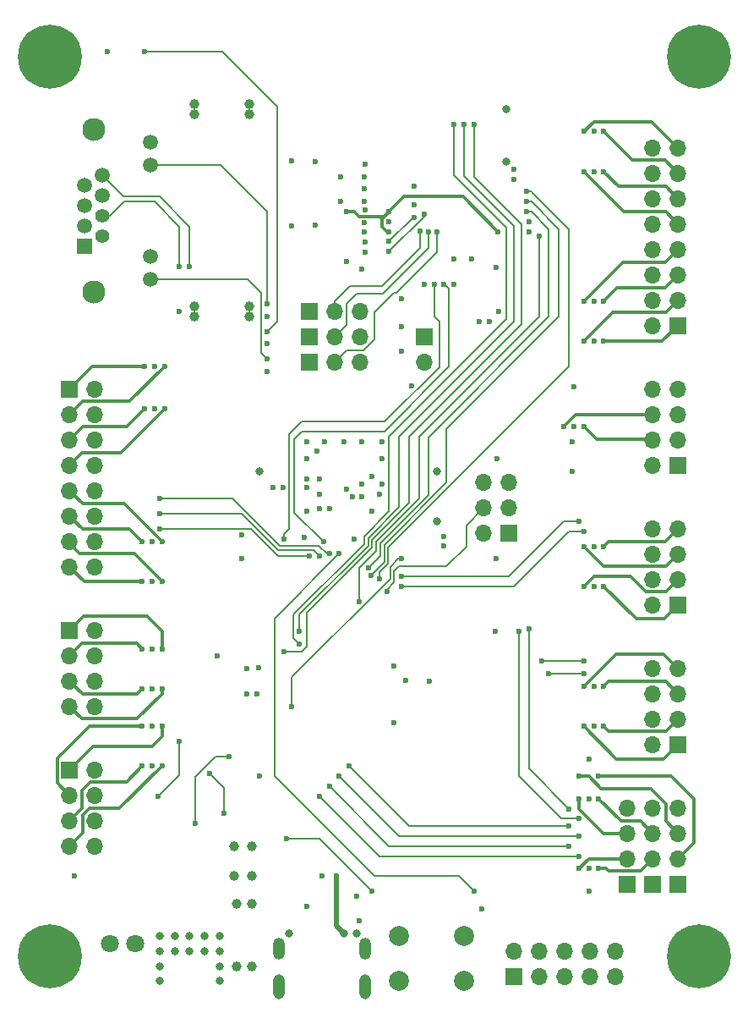
<source format=gbr>
%TF.GenerationSoftware,KiCad,Pcbnew,5.1.6*%
%TF.CreationDate,2021-01-07T05:04:38+01:00*%
%TF.ProjectId,DP83848C-EvalBoard,44503833-3834-4384-932d-4576616c426f,rev?*%
%TF.SameCoordinates,Original*%
%TF.FileFunction,Copper,L4,Bot*%
%TF.FilePolarity,Positive*%
%FSLAX46Y46*%
G04 Gerber Fmt 4.6, Leading zero omitted, Abs format (unit mm)*
G04 Created by KiCad (PCBNEW 5.1.6) date 2021-01-07 05:04:38*
%MOMM*%
%LPD*%
G01*
G04 APERTURE LIST*
%TA.AperFunction,ComponentPad*%
%ADD10C,1.500000*%
%TD*%
%TA.AperFunction,ComponentPad*%
%ADD11C,2.300000*%
%TD*%
%TA.AperFunction,ComponentPad*%
%ADD12C,1.400000*%
%TD*%
%TA.AperFunction,ComponentPad*%
%ADD13R,1.500000X1.500000*%
%TD*%
%TA.AperFunction,ComponentPad*%
%ADD14O,1.700000X1.700000*%
%TD*%
%TA.AperFunction,ComponentPad*%
%ADD15R,1.700000X1.700000*%
%TD*%
%TA.AperFunction,ComponentPad*%
%ADD16C,1.800000*%
%TD*%
%TA.AperFunction,ComponentPad*%
%ADD17O,1.200000X2.500000*%
%TD*%
%TA.AperFunction,ComponentPad*%
%ADD18O,1.200000X2.200000*%
%TD*%
%TA.AperFunction,ComponentPad*%
%ADD19C,0.800000*%
%TD*%
%TA.AperFunction,ComponentPad*%
%ADD20C,6.400000*%
%TD*%
%TA.AperFunction,ComponentPad*%
%ADD21C,2.000000*%
%TD*%
%TA.AperFunction,ViaPad*%
%ADD22C,1.000000*%
%TD*%
%TA.AperFunction,ViaPad*%
%ADD23C,0.600000*%
%TD*%
%TA.AperFunction,ViaPad*%
%ADD24C,0.800000*%
%TD*%
%TA.AperFunction,Conductor*%
%ADD25C,0.200000*%
%TD*%
%TA.AperFunction,Conductor*%
%ADD26C,0.300000*%
%TD*%
%TA.AperFunction,Conductor*%
%ADD27C,0.500000*%
%TD*%
G04 APERTURE END LIST*
D10*
%TO.P,J2,12*%
%TO.N,+3V3*%
X55100000Y-70580000D03*
%TO.P,J2,11*%
%TO.N,Net-(J2-Pad11)*%
X55100000Y-72870000D03*
%TO.P,J2,10*%
%TO.N,+3V3*%
X55100000Y-82010000D03*
%TO.P,J2,9*%
%TO.N,Net-(J2-Pad9)*%
X55100000Y-84300000D03*
D11*
%TO.P,J2,SH*%
%TO.N,Earth*%
X49390000Y-85570000D03*
X49390000Y-69310000D03*
D10*
%TO.P,J2,8*%
%TO.N,Net-(J2-Pad7)*%
X50280000Y-73888000D03*
%TO.P,J2,6*%
%TO.N,/PHY/RX-*%
X50280000Y-75920000D03*
D12*
%TO.P,J2,4*%
%TO.N,Net-(J2-Pad4)*%
X50280000Y-77952000D03*
%TO.P,J2,2*%
%TO.N,/PHY/TX-*%
X50280000Y-79984000D03*
D10*
%TO.P,J2,7*%
%TO.N,Net-(J2-Pad7)*%
X48500000Y-74904000D03*
%TO.P,J2,5*%
%TO.N,Net-(J2-Pad4)*%
X48500000Y-76936000D03*
%TO.P,J2,3*%
%TO.N,/PHY/RX+*%
X48500000Y-78968000D03*
D13*
%TO.P,J2,1*%
%TO.N,/PHY/TX+*%
X48500000Y-81000000D03*
%TD*%
D14*
%TO.P,J14,8*%
%TO.N,Net-(J14-Pad8)*%
X105410000Y-95250000D03*
%TO.P,J14,7*%
%TO.N,GND*%
X107950000Y-95250000D03*
%TO.P,J14,6*%
%TO.N,/IO/I2C1_SDA_R*%
X105410000Y-97790000D03*
%TO.P,J14,5*%
X107950000Y-97790000D03*
%TO.P,J14,4*%
%TO.N,/IO/I2C1_SCL_R*%
X105410000Y-100330000D03*
%TO.P,J14,3*%
X107950000Y-100330000D03*
%TO.P,J14,2*%
%TO.N,Net-(J14-Pad2)*%
X105410000Y-102870000D03*
D15*
%TO.P,J14,1*%
%TO.N,+3V3*%
X107950000Y-102870000D03*
%TD*%
D14*
%TO.P,J13,8*%
%TO.N,GND*%
X105410000Y-123190000D03*
%TO.P,J13,7*%
%TO.N,/IO/SPI3_NSS_R*%
X107950000Y-123190000D03*
%TO.P,J13,6*%
%TO.N,GND*%
X105410000Y-125730000D03*
%TO.P,J13,5*%
%TO.N,/IO/SPI3_SCK_R*%
X107950000Y-125730000D03*
%TO.P,J13,4*%
%TO.N,+3V3*%
X105410000Y-128270000D03*
%TO.P,J13,3*%
%TO.N,/IO/SPI3_MOSI_R*%
X107950000Y-128270000D03*
%TO.P,J13,2*%
%TO.N,+3V3*%
X105410000Y-130810000D03*
D15*
%TO.P,J13,1*%
%TO.N,/IO/SPI3_MISO_R*%
X107950000Y-130810000D03*
%TD*%
D14*
%TO.P,J12,8*%
%TO.N,GND*%
X49530000Y-140970000D03*
%TO.P,J12,7*%
%TO.N,/IO/SPI2_NSS_R*%
X46990000Y-140970000D03*
%TO.P,J12,6*%
%TO.N,GND*%
X49530000Y-138430000D03*
%TO.P,J12,5*%
%TO.N,/IO/SPI2_SCK_R*%
X46990000Y-138430000D03*
%TO.P,J12,4*%
%TO.N,+3V3*%
X49530000Y-135890000D03*
%TO.P,J12,3*%
%TO.N,/IO/SPI2_MOSI_R*%
X46990000Y-135890000D03*
%TO.P,J12,2*%
%TO.N,+3V3*%
X49530000Y-133350000D03*
D15*
%TO.P,J12,1*%
%TO.N,/IO/SPI2_MISO_R*%
X46990000Y-133350000D03*
%TD*%
D14*
%TO.P,J11,8*%
%TO.N,GND*%
X105410000Y-109220000D03*
%TO.P,J11,7*%
%TO.N,/IO/SPI1_NSS_R*%
X107950000Y-109220000D03*
%TO.P,J11,6*%
%TO.N,GND*%
X105410000Y-111760000D03*
%TO.P,J11,5*%
%TO.N,/IO/SPI1_SCK_R*%
X107950000Y-111760000D03*
%TO.P,J11,4*%
%TO.N,+3V3*%
X105410000Y-114300000D03*
%TO.P,J11,3*%
%TO.N,/IO/SPI1_MOSI_R*%
X107950000Y-114300000D03*
%TO.P,J11,2*%
%TO.N,+3V3*%
X105410000Y-116840000D03*
D15*
%TO.P,J11,1*%
%TO.N,/IO/SPI1_MISO_R*%
X107950000Y-116840000D03*
%TD*%
D14*
%TO.P,J10,8*%
%TO.N,GND*%
X49530000Y-127000000D03*
%TO.P,J10,7*%
%TO.N,/IO/TMR4_R*%
X46990000Y-127000000D03*
%TO.P,J10,6*%
%TO.N,GND*%
X49530000Y-124460000D03*
%TO.P,J10,5*%
%TO.N,/IO/TMR3_R*%
X46990000Y-124460000D03*
%TO.P,J10,4*%
%TO.N,+3V3*%
X49530000Y-121920000D03*
%TO.P,J10,3*%
%TO.N,/IO/TMR2_R*%
X46990000Y-121920000D03*
%TO.P,J10,2*%
%TO.N,+3V3*%
X49530000Y-119380000D03*
D15*
%TO.P,J10,1*%
%TO.N,/IO/TMR1_R*%
X46990000Y-119380000D03*
%TD*%
D14*
%TO.P,J9,16*%
%TO.N,GND*%
X49530000Y-113030000D03*
%TO.P,J9,15*%
%TO.N,/IO/ADC7_R*%
X46990000Y-113030000D03*
%TO.P,J9,14*%
%TO.N,GND*%
X49530000Y-110490000D03*
%TO.P,J9,13*%
%TO.N,/IO/ADC6_R*%
X46990000Y-110490000D03*
%TO.P,J9,12*%
%TO.N,GND*%
X49530000Y-107950000D03*
%TO.P,J9,11*%
%TO.N,/IO/ADC5_R*%
X46990000Y-107950000D03*
%TO.P,J9,10*%
%TO.N,GND*%
X49530000Y-105410000D03*
%TO.P,J9,9*%
%TO.N,/IO/ADC4_R*%
X46990000Y-105410000D03*
%TO.P,J9,8*%
%TO.N,GND*%
X49530000Y-102870000D03*
%TO.P,J9,7*%
%TO.N,/IO/ADC3_R*%
X46990000Y-102870000D03*
%TO.P,J9,6*%
%TO.N,GND*%
X49530000Y-100330000D03*
%TO.P,J9,5*%
%TO.N,/IO/ADC2_R*%
X46990000Y-100330000D03*
%TO.P,J9,4*%
%TO.N,GND*%
X49530000Y-97790000D03*
%TO.P,J9,3*%
%TO.N,/IO/ADC1_R*%
X46990000Y-97790000D03*
%TO.P,J9,2*%
%TO.N,GND*%
X49530000Y-95250000D03*
D15*
%TO.P,J9,1*%
%TO.N,/IO/ADC0_R*%
X46990000Y-95250000D03*
%TD*%
D14*
%TO.P,J8,16*%
%TO.N,GND*%
X105410000Y-71120000D03*
%TO.P,J8,15*%
%TO.N,/IO/GPIO7_R*%
X107950000Y-71120000D03*
%TO.P,J8,14*%
%TO.N,GND*%
X105410000Y-73660000D03*
%TO.P,J8,13*%
%TO.N,/IO/GPIO6_R*%
X107950000Y-73660000D03*
%TO.P,J8,12*%
%TO.N,GND*%
X105410000Y-76200000D03*
%TO.P,J8,11*%
%TO.N,/IO/GPIO5_R*%
X107950000Y-76200000D03*
%TO.P,J8,10*%
%TO.N,GND*%
X105410000Y-78740000D03*
%TO.P,J8,9*%
%TO.N,/IO/GPIO4_R*%
X107950000Y-78740000D03*
%TO.P,J8,8*%
%TO.N,GND*%
X105410000Y-81280000D03*
%TO.P,J8,7*%
%TO.N,/IO/GPIO3_R*%
X107950000Y-81280000D03*
%TO.P,J8,6*%
%TO.N,GND*%
X105410000Y-83820000D03*
%TO.P,J8,5*%
%TO.N,/IO/GPIO2_R*%
X107950000Y-83820000D03*
%TO.P,J8,4*%
%TO.N,GND*%
X105410000Y-86360000D03*
%TO.P,J8,3*%
%TO.N,/IO/GPIO1_R*%
X107950000Y-86360000D03*
%TO.P,J8,2*%
%TO.N,GND*%
X105410000Y-88900000D03*
D15*
%TO.P,J8,1*%
%TO.N,/IO/GPIO0_R*%
X107950000Y-88900000D03*
%TD*%
D14*
%TO.P,J7,4*%
%TO.N,GND*%
X107950000Y-137160000D03*
%TO.P,J7,3*%
%TO.N,/IO/USART3_RX_R*%
X107950000Y-139700000D03*
%TO.P,J7,2*%
%TO.N,/IO/USART3_TX_R*%
X107950000Y-142240000D03*
D15*
%TO.P,J7,1*%
%TO.N,+3V3*%
X107950000Y-144780000D03*
%TD*%
D14*
%TO.P,J6,4*%
%TO.N,GND*%
X105410000Y-137160000D03*
%TO.P,J6,3*%
%TO.N,/IO/USART2_RX_R*%
X105410000Y-139700000D03*
%TO.P,J6,2*%
%TO.N,/IO/USART2_TX_R*%
X105410000Y-142240000D03*
D15*
%TO.P,J6,1*%
%TO.N,+3V3*%
X105410000Y-144780000D03*
%TD*%
D14*
%TO.P,J5,4*%
%TO.N,GND*%
X102870000Y-137160000D03*
%TO.P,J5,3*%
%TO.N,/IO/USART1_RX_R*%
X102870000Y-139700000D03*
%TO.P,J5,2*%
%TO.N,/IO/USART1_TX_R*%
X102870000Y-142240000D03*
D15*
%TO.P,J5,1*%
%TO.N,+3V3*%
X102870000Y-144780000D03*
%TD*%
D16*
%TO.P,J1,2*%
%TO.N,GND*%
X53520000Y-150750000D03*
%TO.P,J1,1*%
%TO.N,/PSU/VEXT*%
X50980000Y-150750000D03*
%TD*%
D17*
%TO.P,J3,S1*%
%TO.N,Net-(J3-PadS1)*%
X67930000Y-155100000D03*
X76570000Y-155100000D03*
D18*
X76570000Y-151275000D03*
X67930000Y-151275000D03*
%TD*%
D15*
%TO.P,J4,1*%
%TO.N,+3V3*%
X91465000Y-154085000D03*
D14*
%TO.P,J4,2*%
%TO.N,Net-(J4-Pad2)*%
X91465000Y-151545000D03*
%TO.P,J4,3*%
%TO.N,GND*%
X94005000Y-154085000D03*
%TO.P,J4,4*%
%TO.N,Net-(J4-Pad4)*%
X94005000Y-151545000D03*
%TO.P,J4,5*%
%TO.N,GND*%
X96545000Y-154085000D03*
%TO.P,J4,6*%
%TO.N,Net-(J4-Pad6)*%
X96545000Y-151545000D03*
%TO.P,J4,7*%
%TO.N,N/C*%
X99085000Y-154085000D03*
%TO.P,J4,8*%
X99085000Y-151545000D03*
%TO.P,J4,9*%
%TO.N,GND*%
X101625000Y-154085000D03*
%TO.P,J4,10*%
%TO.N,Net-(J4-Pad10)*%
X101625000Y-151545000D03*
%TD*%
D19*
%TO.P,H4,1*%
%TO.N,Earth*%
X111697056Y-60302944D03*
X110000000Y-59600000D03*
X108302944Y-60302944D03*
X107600000Y-62000000D03*
X108302944Y-63697056D03*
X110000000Y-64400000D03*
X111697056Y-63697056D03*
X112400000Y-62000000D03*
D20*
X110000000Y-62000000D03*
%TD*%
D19*
%TO.P,H3,1*%
%TO.N,Earth*%
X111697056Y-150302944D03*
X110000000Y-149600000D03*
X108302944Y-150302944D03*
X107600000Y-152000000D03*
X108302944Y-153697056D03*
X110000000Y-154400000D03*
X111697056Y-153697056D03*
X112400000Y-152000000D03*
D20*
X110000000Y-152000000D03*
%TD*%
D19*
%TO.P,H2,1*%
%TO.N,Earth*%
X46697056Y-60302944D03*
X45000000Y-59600000D03*
X43302944Y-60302944D03*
X42600000Y-62000000D03*
X43302944Y-63697056D03*
X45000000Y-64400000D03*
X46697056Y-63697056D03*
X47400000Y-62000000D03*
D20*
X45000000Y-62000000D03*
%TD*%
D19*
%TO.P,H1,1*%
%TO.N,Earth*%
X46697056Y-150302944D03*
X45000000Y-149600000D03*
X43302944Y-150302944D03*
X42600000Y-152000000D03*
X43302944Y-153697056D03*
X45000000Y-154400000D03*
X46697056Y-153697056D03*
X47400000Y-152000000D03*
D20*
X45000000Y-152000000D03*
%TD*%
D21*
%TO.P,SW1,1*%
%TO.N,/MCU/NRST*%
X86500000Y-150000000D03*
%TO.P,SW1,2*%
%TO.N,GND*%
X86500000Y-154500000D03*
%TO.P,SW1,1*%
%TO.N,/MCU/NRST*%
X80000000Y-150000000D03*
%TO.P,SW1,2*%
%TO.N,GND*%
X80000000Y-154500000D03*
%TD*%
D14*
%TO.P,JP7,6*%
%TO.N,Net-(JP7-Pad6)*%
X88460000Y-104640000D03*
%TO.P,JP7,5*%
%TO.N,Net-(JP7-Pad5)*%
X91000000Y-104640000D03*
%TO.P,JP7,4*%
%TO.N,/MCU/BOOT1*%
X88460000Y-107180000D03*
%TO.P,JP7,3*%
%TO.N,/MCU/BOOT0*%
X91000000Y-107180000D03*
%TO.P,JP7,2*%
%TO.N,Net-(JP7-Pad2)*%
X88460000Y-109720000D03*
D15*
%TO.P,JP7,1*%
%TO.N,Net-(JP7-Pad1)*%
X91000000Y-109720000D03*
%TD*%
D14*
%TO.P,JP6,3*%
%TO.N,Net-(JP6-Pad3)*%
X76080000Y-87500000D03*
%TO.P,JP6,2*%
%TO.N,/PHY/AN_EN*%
X73540000Y-87500000D03*
D15*
%TO.P,JP6,1*%
%TO.N,Net-(JP6-Pad1)*%
X71000000Y-87500000D03*
%TD*%
D14*
%TO.P,JP5,3*%
%TO.N,Net-(JP5-Pad3)*%
X76080000Y-90040000D03*
%TO.P,JP5,2*%
%TO.N,/PHY/AN1*%
X73540000Y-90040000D03*
D15*
%TO.P,JP5,1*%
%TO.N,Net-(JP5-Pad1)*%
X71000000Y-90040000D03*
%TD*%
D14*
%TO.P,JP4,3*%
%TO.N,Net-(JP4-Pad3)*%
X76080000Y-92580000D03*
%TO.P,JP4,2*%
%TO.N,/PHY/AN0*%
X73540000Y-92580000D03*
D15*
%TO.P,JP4,1*%
%TO.N,Net-(JP4-Pad1)*%
X71000000Y-92580000D03*
%TD*%
D14*
%TO.P,JP1,2*%
%TO.N,Net-(JP1-Pad2)*%
X82500000Y-92540000D03*
D15*
%TO.P,JP1,1*%
%TO.N,/PHY/~RESET*%
X82500000Y-90000000D03*
%TD*%
D22*
%TO.N,GND*%
X65000000Y-67750000D03*
X65000000Y-66750000D03*
D23*
X76250000Y-106000000D03*
X79499992Y-128678789D03*
X91500000Y-74250000D03*
X75506811Y-110244011D03*
X84500000Y-110960000D03*
X64270484Y-109850010D03*
X70481969Y-110076015D03*
X87250021Y-82250016D03*
D24*
X69000000Y-149750000D03*
D23*
X72249990Y-144000000D03*
X89000000Y-88500000D03*
X89770000Y-102230000D03*
X81500000Y-76866358D03*
X76593934Y-77349990D03*
X71600000Y-78900000D03*
X71600000Y-72500000D03*
D24*
X90750000Y-67250012D03*
D23*
X81500000Y-75000000D03*
X76250000Y-83250000D03*
X74750000Y-82500000D03*
X85500000Y-84750000D03*
D22*
X65000000Y-88000000D03*
X65000000Y-87000000D03*
D23*
X64750000Y-125750000D03*
X65750000Y-125750000D03*
X79500000Y-123000000D03*
X82999994Y-124500000D03*
X55250000Y-129000000D03*
X55250000Y-121250000D03*
X47500000Y-144000000D03*
D24*
X75750000Y-149750000D03*
D23*
X70750000Y-147000000D03*
X76000000Y-148500000D03*
X75750000Y-146000000D03*
D22*
X63500000Y-141000000D03*
X65250000Y-141000000D03*
X63500000Y-144000000D03*
X65250000Y-144000000D03*
D23*
X99000000Y-143250000D03*
X55250000Y-110500000D03*
X55500000Y-93000000D03*
D24*
X83750000Y-103500000D03*
D23*
X97500000Y-99000000D03*
X99500000Y-90500000D03*
X99500000Y-73500000D03*
X99500000Y-115000000D03*
X99500000Y-129000000D03*
X99000000Y-132250000D03*
X88250000Y-147250000D03*
X68400000Y-105100000D03*
X67400000Y-105100000D03*
X70750000Y-105100000D03*
X66000000Y-134000000D03*
X80250016Y-86250000D03*
X80250000Y-88999994D03*
X80250000Y-91500000D03*
X81231978Y-94981978D03*
X74109992Y-76500000D03*
X74100004Y-74000000D03*
X89690000Y-83121276D03*
X76250000Y-100500000D03*
X78249972Y-100500000D03*
X70749992Y-100499992D03*
X78000000Y-105750000D03*
X72500000Y-100500000D03*
X74500000Y-100500000D03*
X70750000Y-102250000D03*
X70749992Y-104250000D03*
X72000000Y-104250000D03*
X72000000Y-105750000D03*
X72000000Y-107250000D03*
X73000000Y-107250000D03*
X76250000Y-104750000D03*
X78249972Y-104750000D03*
X78250000Y-102250000D03*
X77250000Y-104000006D03*
X71750000Y-101500000D03*
X93000000Y-79500018D03*
X76500012Y-78650010D03*
X76500000Y-79500012D03*
D22*
X63750000Y-146750000D03*
X65250000Y-146750000D03*
D23*
X74750000Y-105250000D03*
X61749996Y-122000000D03*
%TO.N,+5V*%
X62449976Y-137700024D03*
X60999988Y-133750000D03*
D24*
%TO.N,+3V3*%
X56000000Y-150000000D03*
X57500000Y-150000000D03*
X60500000Y-150000000D03*
X62000000Y-150000000D03*
D23*
X79000000Y-78500000D03*
X76600000Y-80550000D03*
X76600000Y-81550000D03*
X76500000Y-76500000D03*
X84500000Y-110000000D03*
X80625000Y-124375000D03*
X77250000Y-107500000D03*
X64240000Y-112250000D03*
X91480008Y-73269992D03*
X65950765Y-123183115D03*
X70749978Y-107500000D03*
X85500000Y-82250000D03*
X88000000Y-88500000D03*
X89750000Y-112250000D03*
D24*
X83750000Y-108500000D03*
D23*
X69250000Y-78950000D03*
X69250000Y-72450000D03*
X76500000Y-74000012D03*
X76600000Y-72779980D03*
D24*
X90750000Y-72500000D03*
D23*
X82500000Y-84750000D03*
X64750000Y-123250000D03*
X89600000Y-119500000D03*
X55250000Y-133000000D03*
X55250000Y-125250000D03*
X99000000Y-145500000D03*
X55250000Y-114500000D03*
X55500000Y-97250000D03*
D24*
X66000000Y-103500000D03*
D23*
X97500000Y-95000000D03*
X99500000Y-86500000D03*
X99500000Y-69500000D03*
X99500000Y-111000000D03*
X99500000Y-125000000D03*
X99000000Y-136250000D03*
X97300000Y-100500000D03*
X97300000Y-103500000D03*
X50750000Y-61500000D03*
X66750000Y-88000000D03*
X66750000Y-90750000D03*
X66750000Y-93500000D03*
X75320000Y-106000000D03*
X90000000Y-87500000D03*
X93000000Y-78550006D03*
X76500000Y-75250000D03*
D24*
X62000000Y-154500000D03*
X62000000Y-153000000D03*
X62000000Y-151500000D03*
X56000000Y-154500000D03*
X56000000Y-153000000D03*
X56000000Y-151500000D03*
X57500000Y-151500000D03*
X59000000Y-151500000D03*
X60500000Y-151500000D03*
X59000000Y-150000000D03*
D22*
X63750000Y-153000000D03*
X65250000Y-153000000D03*
D23*
%TO.N,/PHY/PFB*%
X79000000Y-77500000D03*
X74750000Y-77500000D03*
X89875008Y-79500000D03*
X79000000Y-79500000D03*
%TO.N,/MCU/NRST*%
X74000000Y-111750000D03*
X87510000Y-145490000D03*
%TO.N,Net-(D3-Pad1)*%
X54500000Y-61500000D03*
X66750000Y-89500000D03*
%TO.N,VUSB*%
X68749986Y-140250000D03*
X77250000Y-145500000D03*
%TO.N,/PHY/AN0*%
X83750000Y-79500000D03*
%TO.N,/PHY/AN1*%
X82934306Y-79500000D03*
%TO.N,/PHY/AN_EN*%
X82111975Y-79473787D03*
%TO.N,/MCU/BOOT1*%
X78750000Y-115500000D03*
%TO.N,Net-(Q1-Pad1)*%
X59549992Y-138700008D03*
X62999962Y-132000000D03*
%TO.N,/ETH_TX_D0*%
X86500000Y-68750000D03*
X70000000Y-119500000D03*
%TO.N,/ETH_TX_D1*%
X85500000Y-68750000D03*
X70000000Y-120750000D03*
%TO.N,/ETH_TX_EN*%
X87500000Y-68750000D03*
X68499996Y-121500000D03*
%TO.N,/ETH_RXD0*%
X77149990Y-113899990D03*
X92750000Y-76491042D03*
%TO.N,/ETH_RXD1*%
X78000000Y-114250000D03*
X92750000Y-75500000D03*
%TO.N,/ETH_CRS_DV*%
X76947431Y-113126046D03*
X92750000Y-77499970D03*
%TO.N,/ETH_MDIO*%
X68500000Y-110250000D03*
X83500000Y-84750000D03*
%TO.N,Net-(R22-Pad2)*%
X81504905Y-78066369D03*
X79000000Y-80500000D03*
%TO.N,/ETH_MDC*%
X72399990Y-110521458D03*
X84500000Y-84750000D03*
%TO.N,Net-(J2-Pad11)*%
X66750000Y-86750000D03*
%TO.N,Net-(J2-Pad9)*%
X66750000Y-92250000D03*
%TO.N,Net-(J2-Pad7)*%
X59000000Y-83000000D03*
%TO.N,Net-(J2-Pad4)*%
X58000000Y-83000000D03*
%TO.N,Net-(J3-PadA4)*%
X73750000Y-144000000D03*
D24*
X74500000Y-149750000D03*
D23*
%TO.N,/IO/USART1_RX_R*%
X98000000Y-136250000D03*
%TO.N,/IO/USART1_TX_R*%
X98000000Y-143250000D03*
%TO.N,/IO/USART2_RX_R*%
X100000000Y-136250000D03*
%TO.N,/IO/USART2_TX_R*%
X100000000Y-143250000D03*
%TO.N,/IO/USART3_RX_R*%
X98000000Y-134000000D03*
%TO.N,/IO/USART3_TX_R*%
X100000000Y-134000000D03*
%TO.N,/IO/GPIO7_R*%
X98500000Y-69500000D03*
%TO.N,/IO/GPIO6_R*%
X100500000Y-69500000D03*
%TO.N,/IO/GPIO5_R*%
X100500000Y-73500000D03*
%TO.N,/IO/GPIO4_R*%
X98500000Y-73500000D03*
%TO.N,/IO/GPIO3_R*%
X98500000Y-86500000D03*
%TO.N,/IO/GPIO2_R*%
X100500000Y-86500000D03*
%TO.N,/IO/GPIO1_R*%
X98500000Y-90500000D03*
%TO.N,/IO/GPIO0_R*%
X100500000Y-90500000D03*
%TO.N,/IO/ADC7_R*%
X54250000Y-114500000D03*
%TO.N,/IO/ADC6_R*%
X56250000Y-114500000D03*
%TO.N,/IO/ADC5_R*%
X54250000Y-110500000D03*
%TO.N,/IO/ADC4_R*%
X56250000Y-110500000D03*
%TO.N,/IO/ADC3_R*%
X56500000Y-97250000D03*
%TO.N,/IO/ADC2_R*%
X54500000Y-97250010D03*
%TO.N,/IO/ADC1_R*%
X56500000Y-93000000D03*
%TO.N,/IO/ADC0_R*%
X54500000Y-93000000D03*
%TO.N,/IO/TMR4_R*%
X56250000Y-125250000D03*
%TO.N,/IO/TMR3_R*%
X54250000Y-125250000D03*
%TO.N,/IO/TMR2_R*%
X54250000Y-121250000D03*
%TO.N,/IO/TMR1_R*%
X56250000Y-121250000D03*
%TO.N,/IO/SPI1_NSS*%
X80250000Y-114000000D03*
X98000010Y-108500000D03*
%TO.N,/IO/SPI1_SCK_R*%
X98500000Y-111000000D03*
%TO.N,/IO/SPI1_MOSI_R*%
X98500000Y-115000000D03*
%TO.N,/IO/SPI1_MISO_R*%
X100500000Y-115000000D03*
%TO.N,/IO/SPI2_NSS_R*%
X56231978Y-132981978D03*
%TO.N,/IO/SPI2_SCK_R*%
X54250000Y-133000000D03*
%TO.N,/IO/SPI2_MOSI_R*%
X54250000Y-129000000D03*
%TO.N,/IO/SPI2_MISO_R*%
X56250000Y-129000000D03*
%TO.N,/IO/SPI3_NSS_R*%
X98500000Y-125000000D03*
%TO.N,/IO/SPI3_SCK_R*%
X100500000Y-125000000D03*
%TO.N,/IO/SPI3_MOSI_R*%
X100500000Y-129000000D03*
%TO.N,/IO/SPI3_MISO_R*%
X98500000Y-129000000D03*
%TO.N,/IO/I2C1_SDA_R*%
X96500000Y-99000000D03*
%TO.N,/IO/I2C1_SCL_R*%
X98500000Y-99000000D03*
%TO.N,Net-(R21-Pad2)*%
X79000000Y-81500000D03*
X82500000Y-77750000D03*
%TO.N,/IO/GPIO7*%
X76000000Y-116500000D03*
X94000000Y-79999998D03*
%TO.N,/IO/ADC5*%
X56000000Y-106250000D03*
X73000000Y-111750000D03*
%TO.N,/IO/ADC6*%
X56000000Y-107750000D03*
X72000000Y-111949957D03*
%TO.N,/IO/ADC7*%
X56000000Y-109250000D03*
X71000000Y-111949957D03*
%TO.N,/IO/SPI1_SCK*%
X98500000Y-109500000D03*
X80249996Y-115000000D03*
%TO.N,/IO/SPI2_SCK*%
X55869228Y-136000002D03*
X58000000Y-130500000D03*
%TO.N,/IO/SPI2_NSS*%
X69249996Y-127000000D03*
X80193595Y-112250008D03*
%TO.N,/IO/SPI3_SCK*%
X98500000Y-123750008D03*
X95000000Y-123749992D03*
%TO.N,/IO/SPI3_NSS*%
X98500000Y-122500000D03*
X94250000Y-122500000D03*
%TO.N,/IO/USART1_TX*%
X74000000Y-134000000D03*
X98000016Y-140000000D03*
%TO.N,/IO/USART1_RX*%
X75000006Y-133000000D03*
X97000000Y-139000000D03*
%TO.N,/IO/USART2_TX*%
X98000000Y-138250000D03*
X92000000Y-119500000D03*
%TO.N,/IO/USART2_RX*%
X97000000Y-137250000D03*
X93000000Y-119250000D03*
%TO.N,/IO/USART3_TX*%
X71999996Y-136000000D03*
X98000036Y-142000000D03*
%TO.N,/IO/USART3_RX*%
X73000010Y-135000000D03*
X97000000Y-141000000D03*
%TO.N,/IO/SPI1_NSS_R*%
X100500000Y-111000000D03*
D22*
%TO.N,Earth*%
X59500000Y-66750000D03*
X59500000Y-67750000D03*
X59500000Y-87000000D03*
X59500000Y-88000000D03*
D23*
X58000000Y-87500000D03*
%TD*%
D25*
%TO.N,+5V*%
X62449976Y-137700024D02*
X62449976Y-135199988D01*
X62449976Y-135199988D02*
X60999988Y-133750000D01*
D26*
%TO.N,/PHY/PFB*%
X75500000Y-77500000D02*
X74750000Y-77500000D01*
X76000000Y-78000000D02*
X75500000Y-77500000D01*
X78000000Y-78000000D02*
X76000000Y-78000000D01*
X78250000Y-78250000D02*
X78000000Y-78000000D01*
X78000000Y-78000000D02*
X78500000Y-78000000D01*
X78500000Y-78000000D02*
X78250000Y-78250000D01*
X79000000Y-77500000D02*
X78500000Y-78000000D01*
X86375008Y-76000000D02*
X89875008Y-79500000D01*
X80500000Y-76000000D02*
X86375008Y-76000000D01*
X79000000Y-77500000D02*
X80500000Y-76000000D01*
X79000000Y-79500000D02*
X78750000Y-79500000D01*
X78750000Y-79500000D02*
X78250000Y-79000000D01*
X78250000Y-78250000D02*
X78250000Y-79000000D01*
D25*
%TO.N,/MCU/NRST*%
X87490000Y-145490000D02*
X87510000Y-145490000D01*
X86000000Y-144000000D02*
X87490000Y-145490000D01*
X77500000Y-144000000D02*
X86000000Y-144000000D01*
X67500000Y-134000000D02*
X77500000Y-144000000D01*
X67500000Y-118250000D02*
X67500000Y-134000000D01*
X74000000Y-111750000D02*
X67500000Y-118250000D01*
%TO.N,Net-(D3-Pad1)*%
X62250000Y-61500000D02*
X54500000Y-61500000D01*
X67750000Y-67000000D02*
X62250000Y-61500000D01*
X67750000Y-88500000D02*
X67750000Y-67000000D01*
X66750000Y-89500000D02*
X67750000Y-88500000D01*
%TO.N,VUSB*%
X68749986Y-140250000D02*
X72000000Y-140250000D01*
X72000000Y-140250000D02*
X77250000Y-145500000D01*
%TO.N,/PHY/AN0*%
X77500000Y-90322002D02*
X77500000Y-87611998D01*
X79461999Y-85649999D02*
X79711999Y-85649999D01*
X79711999Y-85649999D02*
X83750000Y-81611998D01*
X74690001Y-91429999D02*
X76392003Y-91429999D01*
X83750000Y-79924264D02*
X83750000Y-79500000D01*
X73540000Y-92580000D02*
X74690001Y-91429999D01*
X83750000Y-81611998D02*
X83750000Y-79924264D01*
X77500000Y-87611998D02*
X79461999Y-85649999D01*
X76392003Y-91429999D02*
X77500000Y-90322002D01*
%TO.N,/PHY/AN1*%
X82934306Y-81177692D02*
X82934306Y-79924264D01*
X74750000Y-88830000D02*
X74750000Y-86750000D01*
X73540000Y-90040000D02*
X74750000Y-88830000D01*
X74750000Y-86750000D02*
X75750000Y-85750000D01*
X75750000Y-85750000D02*
X78361998Y-85750000D01*
X78361998Y-85750000D02*
X82934306Y-81177692D01*
X82934306Y-79924264D02*
X82934306Y-79500000D01*
%TO.N,/PHY/AN_EN*%
X82111975Y-81138025D02*
X82111975Y-79473787D01*
X78300022Y-84949978D02*
X82111975Y-81138025D01*
X75050022Y-84949978D02*
X78300022Y-84949978D01*
X73540000Y-86460000D02*
X75050022Y-84949978D01*
X73540000Y-87500000D02*
X73540000Y-86460000D01*
%TO.N,/MCU/BOOT1*%
X86730000Y-108910000D02*
X86730000Y-111020000D01*
X88460000Y-107180000D02*
X86730000Y-108910000D01*
X80000000Y-113000000D02*
X79500000Y-113500000D01*
X84750000Y-113000000D02*
X80000000Y-113000000D01*
X79500000Y-113500000D02*
X79500000Y-114611996D01*
X78750000Y-115361996D02*
X78750000Y-115500000D01*
X79500000Y-114611996D02*
X78750000Y-115361996D01*
X86730000Y-111020000D02*
X84750000Y-113000000D01*
%TO.N,Net-(Q1-Pad1)*%
X59549992Y-138700008D02*
X59549992Y-134025744D01*
X59549992Y-134025744D02*
X61575736Y-132000000D01*
X61575736Y-132000000D02*
X62999962Y-132000000D01*
%TO.N,/ETH_TX_D0*%
X86500000Y-73953702D02*
X86500000Y-68750000D01*
X91500000Y-78953702D02*
X86500000Y-73953702D01*
X91500000Y-88500000D02*
X91500000Y-78953702D01*
X80000000Y-100000000D02*
X91500000Y-88500000D01*
X70000000Y-117815700D02*
X76900011Y-110915689D01*
X70000000Y-119500000D02*
X70000000Y-117815700D01*
X76900011Y-110915689D02*
X76900011Y-110165689D01*
X76900011Y-110165689D02*
X80000000Y-107065700D01*
X80000000Y-107065700D02*
X80000000Y-100000000D01*
%TO.N,/ETH_TX_D1*%
X85500000Y-73875000D02*
X85500000Y-68750000D01*
X79000000Y-107500000D02*
X79000000Y-100000000D01*
X90750000Y-79125000D02*
X85500000Y-73875000D01*
X90750000Y-88250000D02*
X90750000Y-79125000D01*
X79000000Y-100000000D02*
X90750000Y-88250000D01*
X69399998Y-120149998D02*
X69399998Y-117850002D01*
X70000000Y-120750000D02*
X69399998Y-120149998D01*
X76500000Y-110750000D02*
X76500000Y-110000000D01*
X76500000Y-110000000D02*
X79000000Y-107500000D01*
X69399998Y-117850002D02*
X76500000Y-110750000D01*
%TO.N,/ETH_TX_EN*%
X70250000Y-121500000D02*
X68499996Y-121500000D01*
X70750000Y-121000000D02*
X70250000Y-121500000D01*
X70750000Y-117631400D02*
X70750000Y-121000000D01*
X77300022Y-111081378D02*
X70750000Y-117631400D01*
X77300022Y-110331378D02*
X77300022Y-111081378D01*
X81000000Y-106631400D02*
X77300022Y-110331378D01*
X87500000Y-74000000D02*
X92250000Y-78750000D01*
X87500000Y-68750000D02*
X87500000Y-74000000D01*
X92250000Y-78750000D02*
X92250000Y-88750000D01*
X92250000Y-88750000D02*
X81000000Y-100000000D01*
X81000000Y-100000000D02*
X81000000Y-106631400D01*
%TO.N,/ETH_RXD0*%
X84750000Y-99250000D02*
X96000000Y-88000000D01*
X96000000Y-88000000D02*
X96000000Y-79250000D01*
X84750000Y-104631400D02*
X84750000Y-99250000D01*
X78500055Y-110881345D02*
X84750000Y-104631400D01*
X78500055Y-112549925D02*
X78500055Y-110881345D01*
X77149990Y-113899990D02*
X78500055Y-112549925D01*
X93241042Y-76491042D02*
X93250000Y-76500000D01*
X92750000Y-76491042D02*
X93241042Y-76491042D01*
X96000000Y-79250000D02*
X93250000Y-76500000D01*
%TO.N,/ETH_RXD1*%
X97000000Y-93012800D02*
X97000000Y-79250000D01*
X78900066Y-111112734D02*
X97000000Y-93012800D01*
X78000000Y-113618600D02*
X78900066Y-112718534D01*
X78000000Y-114250000D02*
X78000000Y-113618600D01*
X78900066Y-112718534D02*
X78900066Y-111112734D01*
X93250000Y-75500000D02*
X93375000Y-75625000D01*
X92750000Y-75500000D02*
X93250000Y-75500000D01*
X97000000Y-79250000D02*
X93375000Y-75625000D01*
%TO.N,/ETH_CRS_DV*%
X76947431Y-113126046D02*
X78100044Y-111973433D01*
X78100044Y-111973433D02*
X78100044Y-110715656D01*
X78100044Y-110715656D02*
X82907850Y-105907850D01*
X95000000Y-88000000D02*
X95000000Y-79250000D01*
X82907850Y-100092150D02*
X95000000Y-88000000D01*
X82907850Y-105907850D02*
X82907850Y-100092150D01*
X93249970Y-77499970D02*
X93375000Y-77625000D01*
X92750000Y-77499970D02*
X93249970Y-77499970D01*
X95000000Y-79250000D02*
X93375000Y-77625000D01*
%TO.N,/ETH_MDIO*%
X69000000Y-109250000D02*
X68500000Y-109750000D01*
X68500000Y-109750000D02*
X68500000Y-110250000D01*
X69000000Y-99750000D02*
X69000000Y-109250000D01*
X70250000Y-98500000D02*
X69000000Y-99750000D01*
X78562500Y-98500000D02*
X70250000Y-98500000D01*
X84000000Y-93062500D02*
X78562500Y-98500000D01*
X84000000Y-88500000D02*
X84000000Y-93062500D01*
X83500000Y-88000000D02*
X84000000Y-88500000D01*
X83500000Y-84750000D02*
X83500000Y-88000000D01*
%TO.N,Net-(R22-Pad2)*%
X81433631Y-78066369D02*
X81504905Y-78066369D01*
X79000000Y-80500000D02*
X81433631Y-78066369D01*
%TO.N,/ETH_MDC*%
X85000000Y-85250000D02*
X84799999Y-85049999D01*
X85000000Y-93000000D02*
X85000000Y-85250000D01*
X78500000Y-99500000D02*
X85000000Y-93000000D01*
X70250000Y-99500000D02*
X78500000Y-99500000D01*
X69500000Y-100250000D02*
X70250000Y-99500000D01*
X84799999Y-85049999D02*
X84500000Y-84750000D01*
X69500000Y-107621468D02*
X69500000Y-100250000D01*
X72399990Y-110521458D02*
X69500000Y-107621468D01*
%TO.N,Net-(J2-Pad11)*%
X66750000Y-77500000D02*
X66750000Y-86750000D01*
X62120000Y-72870000D02*
X66750000Y-77500000D01*
X55100000Y-72870000D02*
X62120000Y-72870000D01*
%TO.N,Net-(J2-Pad9)*%
X55100000Y-84300000D02*
X64800000Y-84300000D01*
X64800000Y-84300000D02*
X66149999Y-85649999D01*
X66149999Y-91649999D02*
X66149999Y-91399999D01*
X66750000Y-92250000D02*
X66149999Y-91649999D01*
X66149999Y-85649999D02*
X66149999Y-91399999D01*
%TO.N,Net-(J2-Pad7)*%
X52392000Y-76000000D02*
X50280000Y-73888000D01*
X56000000Y-76000000D02*
X52392000Y-76000000D01*
X59000000Y-79000000D02*
X56000000Y-76000000D01*
X59000000Y-83000000D02*
X59000000Y-79000000D01*
%TO.N,Net-(J2-Pad4)*%
X51048000Y-77952000D02*
X50280000Y-77952000D01*
X58000000Y-83000000D02*
X58000000Y-79000000D01*
X52500000Y-76500000D02*
X51048000Y-77952000D01*
X55500000Y-76500000D02*
X52500000Y-76500000D01*
X58000000Y-79000000D02*
X55500000Y-76500000D01*
D27*
%TO.N,Net-(J3-PadA4)*%
X73750000Y-144000000D02*
X73750000Y-149000000D01*
X73750000Y-149000000D02*
X74500000Y-149750000D01*
D26*
%TO.N,/IO/USART1_RX_R*%
X98000000Y-137250000D02*
X100450000Y-139700000D01*
X98000000Y-136250000D02*
X98000000Y-137250000D01*
X100450000Y-139700000D02*
X102870000Y-139700000D01*
%TO.N,/IO/USART1_TX_R*%
X99010000Y-142240000D02*
X102870000Y-142240000D01*
X98000000Y-143250000D02*
X99010000Y-142240000D01*
%TO.N,/IO/USART2_RX_R*%
X104210000Y-138500000D02*
X105410000Y-139700000D01*
X102250000Y-138500000D02*
X104210000Y-138500000D01*
X100000000Y-136250000D02*
X102250000Y-138500000D01*
%TO.N,/IO/USART2_TX_R*%
X100000000Y-143250000D02*
X100750000Y-143250000D01*
X100750000Y-143250000D02*
X101000000Y-143500000D01*
X101000000Y-143500000D02*
X104150000Y-143500000D01*
X104150000Y-143500000D02*
X105410000Y-142240000D01*
%TO.N,/IO/USART3_RX_R*%
X106750000Y-138500000D02*
X107950000Y-139700000D01*
X106750000Y-136797998D02*
X106750000Y-138500000D01*
X105202002Y-135250000D02*
X106750000Y-136797998D01*
X100250000Y-135250000D02*
X105202002Y-135250000D01*
X99000000Y-134000000D02*
X100250000Y-135250000D01*
X98000000Y-134000000D02*
X99000000Y-134000000D01*
%TO.N,/IO/USART3_TX_R*%
X100000000Y-134000000D02*
X107250000Y-134000000D01*
X107250000Y-134000000D02*
X109500000Y-136250000D01*
X109500000Y-136250000D02*
X109500000Y-140690000D01*
X109500000Y-140690000D02*
X107950000Y-142240000D01*
%TO.N,/IO/GPIO7_R*%
X105330000Y-68500000D02*
X99500000Y-68500000D01*
X99500000Y-68500000D02*
X98500000Y-69500000D01*
X107950000Y-71120000D02*
X105330000Y-68500000D01*
%TO.N,/IO/GPIO6_R*%
X106610001Y-72320001D02*
X107950000Y-73660000D01*
X103320001Y-72320001D02*
X106610001Y-72320001D01*
X100500000Y-69500000D02*
X103320001Y-72320001D01*
%TO.N,/IO/GPIO5_R*%
X106749999Y-74999999D02*
X107950000Y-76200000D01*
X101999999Y-74999999D02*
X106749999Y-74999999D01*
X100500000Y-73500000D02*
X101999999Y-74999999D01*
%TO.N,/IO/GPIO4_R*%
X106710000Y-77500000D02*
X107950000Y-78740000D01*
X102500000Y-77500000D02*
X106710000Y-77500000D01*
X98500000Y-73500000D02*
X102500000Y-77500000D01*
%TO.N,/IO/GPIO3_R*%
X106610001Y-82619999D02*
X107950000Y-81280000D01*
X102380001Y-82619999D02*
X106610001Y-82619999D01*
X98500000Y-86500000D02*
X102380001Y-82619999D01*
%TO.N,/IO/GPIO2_R*%
X106610001Y-85159999D02*
X107950000Y-83820000D01*
X101840001Y-85159999D02*
X106610001Y-85159999D01*
X100500000Y-86500000D02*
X101840001Y-85159999D01*
%TO.N,/IO/GPIO1_R*%
X101439999Y-87560001D02*
X98500000Y-90500000D01*
X106749999Y-87560001D02*
X101439999Y-87560001D01*
X107950000Y-86360000D02*
X106749999Y-87560001D01*
%TO.N,/IO/GPIO0_R*%
X106350000Y-90500000D02*
X100500000Y-90500000D01*
X107950000Y-88900000D02*
X106350000Y-90500000D01*
%TO.N,/IO/ADC7_R*%
X54250000Y-114500000D02*
X48460000Y-114500000D01*
X48460000Y-114500000D02*
X46990000Y-113030000D01*
%TO.N,/IO/ADC6_R*%
X56250000Y-114500000D02*
X53500000Y-111750000D01*
X53500000Y-111750000D02*
X48000000Y-111750000D01*
X48000000Y-111750000D02*
X46990000Y-110740000D01*
X46990000Y-110740000D02*
X46990000Y-110490000D01*
%TO.N,/IO/ADC5_R*%
X48290000Y-109250000D02*
X46990000Y-107950000D01*
X53000000Y-109250000D02*
X48290000Y-109250000D01*
X54250000Y-110500000D02*
X53000000Y-109250000D01*
%TO.N,/IO/ADC4_R*%
X48330000Y-106750000D02*
X46990000Y-105410000D01*
X52500000Y-106750000D02*
X48330000Y-106750000D01*
X56250000Y-110500000D02*
X52500000Y-106750000D01*
%TO.N,/IO/ADC3_R*%
X52080001Y-101669999D02*
X56500000Y-97250000D01*
X48190001Y-101669999D02*
X52080001Y-101669999D01*
X46990000Y-102870000D02*
X48190001Y-101669999D01*
%TO.N,/IO/ADC2_R*%
X48320000Y-99000000D02*
X46990000Y-100330000D01*
X52750010Y-99000000D02*
X48320000Y-99000000D01*
X54500000Y-97250010D02*
X52750010Y-99000000D01*
%TO.N,/IO/ADC1_R*%
X53000000Y-96500000D02*
X48280000Y-96500000D01*
X48280000Y-96500000D02*
X46990000Y-97790000D01*
X56500000Y-93000000D02*
X53000000Y-96500000D01*
%TO.N,/IO/ADC0_R*%
X54500000Y-93000000D02*
X49240000Y-93000000D01*
X49240000Y-93000000D02*
X46990000Y-95250000D01*
%TO.N,/IO/TMR4_R*%
X48240000Y-128250000D02*
X46990000Y-127000000D01*
X53750000Y-128250000D02*
X48240000Y-128250000D01*
X56250000Y-125750000D02*
X53750000Y-128250000D01*
X56250000Y-125250000D02*
X56250000Y-125750000D01*
%TO.N,/IO/TMR3_R*%
X48280000Y-125750000D02*
X46990000Y-124460000D01*
X53750000Y-125750000D02*
X48280000Y-125750000D01*
X54250000Y-125250000D02*
X53750000Y-125750000D01*
%TO.N,/IO/TMR2_R*%
X53719999Y-120719999D02*
X54250000Y-121250000D01*
X48190001Y-120719999D02*
X53719999Y-120719999D01*
X46990000Y-121920000D02*
X48190001Y-120719999D01*
%TO.N,/IO/TMR1_R*%
X48370000Y-118000000D02*
X46990000Y-119380000D01*
X54750000Y-118000000D02*
X48370000Y-118000000D01*
X56250000Y-119500000D02*
X54750000Y-118000000D01*
X56250000Y-121250000D02*
X56250000Y-119500000D01*
D25*
%TO.N,/IO/SPI1_NSS*%
X96500000Y-108500000D02*
X98000010Y-108500000D01*
X91000000Y-114000000D02*
X96500000Y-108500000D01*
X80250000Y-114000000D02*
X91000000Y-114000000D01*
D26*
%TO.N,/IO/SPI1_SCK_R*%
X106710000Y-113000000D02*
X107950000Y-111760000D01*
X100500000Y-113000000D02*
X106710000Y-113000000D01*
X98500000Y-111000000D02*
X100500000Y-113000000D01*
%TO.N,/IO/SPI1_MOSI_R*%
X106750000Y-115500000D02*
X107950000Y-114300000D01*
X104703999Y-115500000D02*
X106750000Y-115500000D01*
X103203999Y-114000000D02*
X104703999Y-115500000D01*
X99500000Y-114000000D02*
X103203999Y-114000000D01*
X98500000Y-115000000D02*
X99500000Y-114000000D01*
%TO.N,/IO/SPI1_MISO_R*%
X106540000Y-118250000D02*
X107950000Y-116840000D01*
X103750000Y-118250000D02*
X106540000Y-118250000D01*
X100500000Y-115000000D02*
X103750000Y-118250000D01*
%TO.N,/IO/SPI2_NSS_R*%
X51983957Y-137229999D02*
X56231978Y-132981978D01*
X48329999Y-137853999D02*
X48953999Y-137229999D01*
X48329999Y-139630001D02*
X48329999Y-137853999D01*
X46990000Y-140970000D02*
X48329999Y-139630001D01*
X48953999Y-137229999D02*
X51983957Y-137229999D01*
%TO.N,/IO/SPI2_SCK_R*%
X52699999Y-134550001D02*
X54250000Y-133000000D01*
X48190001Y-137229999D02*
X48190001Y-135453997D01*
X49093997Y-134550001D02*
X52699999Y-134550001D01*
X46990000Y-138430000D02*
X48190001Y-137229999D01*
X48190001Y-135453997D02*
X49093997Y-134550001D01*
%TO.N,/IO/SPI2_MOSI_R*%
X49009998Y-129000000D02*
X54250000Y-129000000D01*
X45789999Y-132219999D02*
X49009998Y-129000000D01*
X45789999Y-134689999D02*
X45789999Y-132219999D01*
X46990000Y-135890000D02*
X45789999Y-134689999D01*
%TO.N,/IO/SPI2_MISO_R*%
X56250000Y-129000000D02*
X56250000Y-130000000D01*
X56250000Y-130000000D02*
X55250000Y-131000000D01*
X55250000Y-131000000D02*
X49340000Y-131000000D01*
X49340000Y-131000000D02*
X46990000Y-133350000D01*
%TO.N,/IO/SPI3_NSS_R*%
X98500000Y-125000000D02*
X101750000Y-121750000D01*
X101750000Y-121750000D02*
X106510000Y-121750000D01*
X106510000Y-121750000D02*
X107950000Y-123190000D01*
%TO.N,/IO/SPI3_SCK_R*%
X100500000Y-125000000D02*
X101000000Y-124500000D01*
X101000000Y-124500000D02*
X106720000Y-124500000D01*
X106720000Y-124500000D02*
X107950000Y-125730000D01*
%TO.N,/IO/SPI3_MOSI_R*%
X106720000Y-129500000D02*
X107950000Y-128270000D01*
X101000000Y-129500000D02*
X106720000Y-129500000D01*
X100500000Y-129000000D02*
X101000000Y-129500000D01*
%TO.N,/IO/SPI3_MISO_R*%
X106510000Y-132250000D02*
X107950000Y-130810000D01*
X101750000Y-132250000D02*
X106510000Y-132250000D01*
X98500000Y-129000000D02*
X101750000Y-132250000D01*
%TO.N,/IO/I2C1_SDA_R*%
X97710000Y-97790000D02*
X96500000Y-99000000D01*
X105410000Y-97790000D02*
X97710000Y-97790000D01*
%TO.N,/IO/I2C1_SCL_R*%
X99750000Y-100250000D02*
X98500000Y-99000000D01*
X105330000Y-100250000D02*
X99750000Y-100250000D01*
X105410000Y-100330000D02*
X105330000Y-100250000D01*
D25*
%TO.N,Net-(R21-Pad2)*%
X79000000Y-81500000D02*
X82500000Y-78000000D01*
X82500000Y-78000000D02*
X82500000Y-77750000D01*
%TO.N,/IO/GPIO7*%
X94000000Y-88000000D02*
X94000000Y-79999998D01*
X82000000Y-100000000D02*
X94000000Y-88000000D01*
X82000000Y-106250000D02*
X82000000Y-100000000D01*
X77700033Y-110549967D02*
X82000000Y-106250000D01*
X77700033Y-111485442D02*
X77700033Y-110549967D01*
X76000000Y-113185475D02*
X77700033Y-111485442D01*
X76000000Y-116500000D02*
X76000000Y-113185475D01*
%TO.N,/IO/ADC5*%
X72740914Y-111750000D02*
X73000000Y-111750000D01*
X71940859Y-110949945D02*
X72740914Y-111750000D01*
X68015645Y-110949945D02*
X71940859Y-110949945D01*
X63315700Y-106250000D02*
X68015645Y-110949945D01*
X56000000Y-106250000D02*
X63315700Y-106250000D01*
%TO.N,/IO/ADC6*%
X71399999Y-111349956D02*
X72000000Y-111949957D01*
X56000000Y-107750000D02*
X64250000Y-107750000D01*
X67849956Y-111349956D02*
X71399999Y-111349956D01*
X64250000Y-107750000D02*
X67849956Y-111349956D01*
%TO.N,/IO/ADC7*%
X67855957Y-111949957D02*
X71000000Y-111949957D01*
X65156000Y-109250000D02*
X67855957Y-111949957D01*
X56000000Y-109250000D02*
X65156000Y-109250000D01*
%TO.N,/IO/SPI1_SCK*%
X91500000Y-115000000D02*
X80249996Y-115000000D01*
X97000000Y-109500000D02*
X91500000Y-115000000D01*
X98500000Y-109500000D02*
X97000000Y-109500000D01*
%TO.N,/IO/SPI2_SCK*%
X55869228Y-136000002D02*
X58000000Y-133869230D01*
X58000000Y-133869230D02*
X58000000Y-130500000D01*
%TO.N,/IO/SPI2_NSS*%
X79934292Y-112250008D02*
X80193595Y-112250008D01*
X79099989Y-114262009D02*
X79099989Y-113084311D01*
X69249996Y-127000000D02*
X69249996Y-124112002D01*
X69249996Y-124112002D02*
X79099989Y-114262009D01*
X79099989Y-113084311D02*
X79934292Y-112250008D01*
%TO.N,/IO/SPI3_SCK*%
X95000016Y-123750008D02*
X95000000Y-123749992D01*
X98500000Y-123750008D02*
X95000016Y-123750008D01*
%TO.N,/IO/SPI3_NSS*%
X98500000Y-122500000D02*
X94250000Y-122500000D01*
%TO.N,/IO/USART1_TX*%
X74000000Y-134000000D02*
X80000000Y-140000000D01*
X80000000Y-140000000D02*
X98000016Y-140000000D01*
%TO.N,/IO/USART1_RX*%
X75000006Y-133000000D02*
X81000006Y-139000000D01*
X81000006Y-139000000D02*
X97000000Y-139000000D01*
%TO.N,/IO/USART2_TX*%
X92000000Y-134000000D02*
X92000000Y-119500000D01*
X96250000Y-138250000D02*
X92000000Y-134000000D01*
X98000000Y-138250000D02*
X96250000Y-138250000D01*
%TO.N,/IO/USART2_RX*%
X97000000Y-137250000D02*
X93000000Y-133250000D01*
X93000000Y-133250000D02*
X93000000Y-119250000D01*
%TO.N,/IO/USART3_TX*%
X71999996Y-136000000D02*
X77999996Y-142000000D01*
X77999996Y-142000000D02*
X98000036Y-142000000D01*
%TO.N,/IO/USART3_RX*%
X79000010Y-141000000D02*
X97000000Y-141000000D01*
X73000010Y-135000000D02*
X79000010Y-141000000D01*
D26*
%TO.N,/IO/SPI1_NSS_R*%
X106670000Y-110500000D02*
X107950000Y-109220000D01*
X101000000Y-110500000D02*
X106670000Y-110500000D01*
X100500000Y-111000000D02*
X101000000Y-110500000D01*
%TD*%
M02*

</source>
